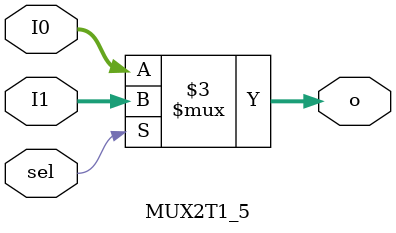
<source format=v>
module MUX2T1_5(input [4:0] I0,
                input [4:0] I1,
                input sel,
                output reg [4:0] o);
    always @(*) begin
        if(sel) begin
            o = I1;
        end
        else begin
            o = I0;
        end
    end
endmodule
</source>
